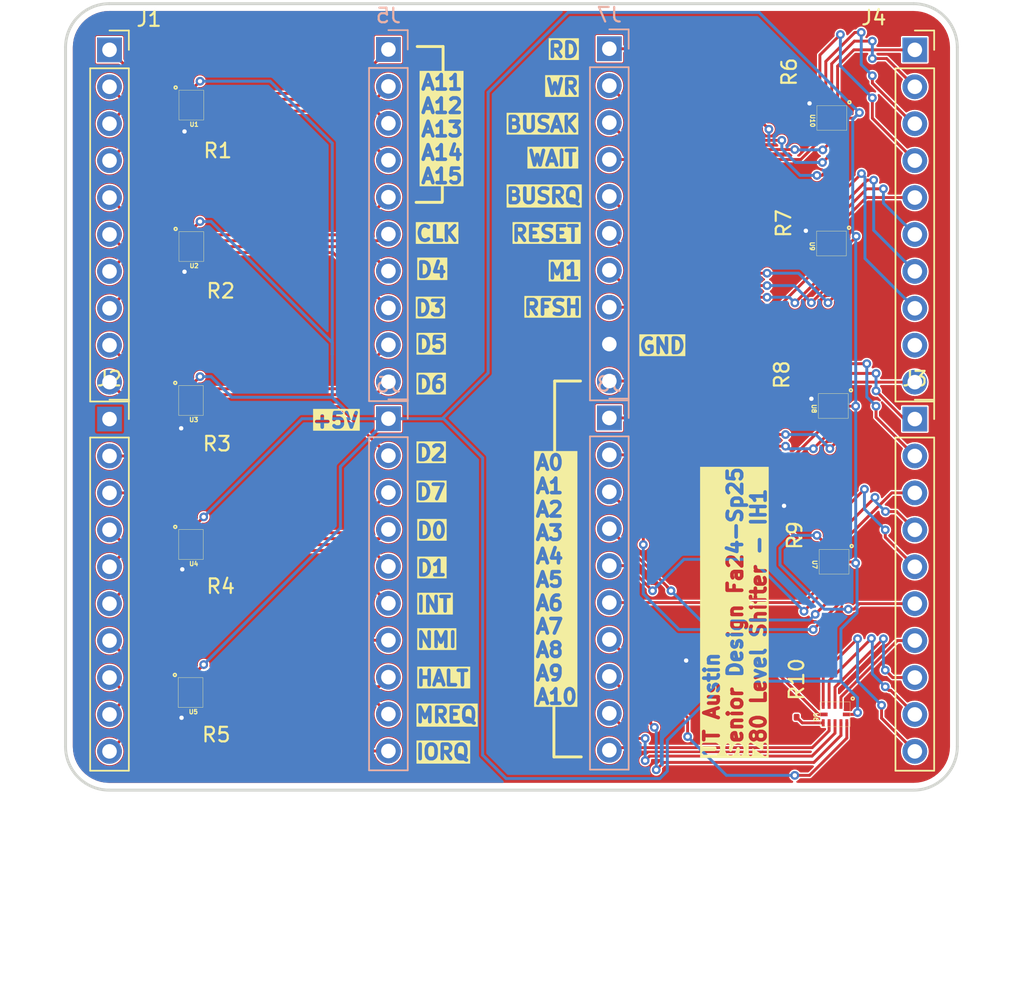
<source format=kicad_pcb>
(kicad_pcb (version 20240108) (generator "pcbnew") (generator_version "8.0")
  (layers (0 "F.Cu" signal) (31 "B.Cu" signal) (34 "B.Paste" user) (35 "F.Paste" user) (36 "B.SilkS" user "B.Silkscreen") (37 "F.SilkS" user "F.Silkscreen") (38 "B.Mask" user) (39 "F.Mask" user) (44 "Edge.Cuts" user))
  (net 0 "")
  (net 1 "D3_FPGA")
  (net 2 "A14_FPGA")
  (net 3 "D5_FPGA")
  (net 4 "D4_FPGA")
  (net 5 "D6_FPGA")
  (net 6 "CLK")
  (net 7 "A15_FPGA")
  (net 8 "A12_FPGA")
  (net 9 "A13_FPGA")
  (net 10 "A11_FPGA")
  (net 11 "HALT_FPGA")
  (net 12 "MREQ_FPGA")
  (net 13 "NMI_FPGA")
  (net 14 "INT_FPGA")
  (net 15 "D0_FPGA")
  (net 16 "D7_FPGA")
  (net 17 "+3V3")
  (net 18 "D2_FPGA")
  (net 19 "IORQ_FPGA")
  (net 20 "D1_FPGA")
  (net 21 "A1_FPGA")
  (net 22 "A2_FPGA")
  (net 23 "A5_FPGA")
  (net 24 "A4_FPGA")
  (net 25 "A8_FPGA")
  (net 26 "A9_FPGA")
  (net 27 "A3_FPGA")
  (net 28 "A7_FPGA")
  (net 29 "A6_FPGA")
  (net 30 "A10_FPGA")
  (net 31 "BUSAK_FPGA")
  (net 32 "M1_FPGA")
  (net 33 "WAIT_FPGA")
  (net 34 "RFSH_FPGA")
  (net 35 "A0_FPGA")
  (net 36 "RD_FPGA")
  (net 37 "BUSRQ_FPGA")
  (net 39 "WR_FPGA")
  (net 40 "RESET_FPGA")
  (net 41 "D3_5V")
  (net 42 "D6_5V")
  (net 43 "D4_5V")
  (net 44 "A11_5V")
  (net 45 "A14_5V")
  (net 46 "A13_5V")
  (net 47 "A12_5V")
  (net 48 "CLK_5V")
  (net 49 "A15_5V")
  (net 50 "D5_5V")
  (net 51 "MREQ_5V")
  (net 52 "IORQ_5V")
  (net 53 "D7_5V")
  (net 54 "D1_5V")
  (net 55 "HALT_5V")
  (net 56 "+5V")
  (net 57 "D0_5V")
  (net 58 "INT_5V")
  (net 59 "NMI_5V")
  (net 60 "D2_5V")
  (net 61 "RD_5V")
  (net 62 "RFSH_5V")
  (net 63 "A0_5V")
  (net 64 "WR_5V")
  (net 65 "BUSAK_5V")
  (net 66 "BUSRQ_5V")
  (net 67 "M1_5V")
  (net 68 "RESET_5V")
  (net 69 "GND")
  (net 70 "WAIT_5V")
  (net 71 "A7_5V")
  (net 72 "A5_5V")
  (net 73 "A8_5V")
  (net 74 "A6_5V")
  (net 75 "A9_5V")
  (net 76 "A3_5V")
  (net 77 "A10_5V")
  (net 78 "A1_5V")
  (net 79 "A4_5V")
  (net 80 "A2_5V")
  (net 81 "Net-(U1-OE)")
  (net 82 "Net-(U2-OE)")
  (net 83 "Net-(U3-OE)")
  (net 84 "Net-(U4-OE)")
  (net 85 "Net-(U5-OE)")
  (net 86 "Net-(U10-OE)")
  (net 87 "Net-(U9-OE)")
  (net 88 "Net-(U8-OE)")
  (net 89 "Net-(U7-OE)")
  (net 90 "Net-(U6-OE)")
  (footprint "Connector_PinSocket_2.54mm:PinSocket_1x10_P2.54mm_Vertical" (layer "F.Cu") (at 64.897 72.009)
    (property "Reference" "J1")
    (property "Value" "Conn_01x10_Socket")
  )
  (footprint "hardware:NXB0104_XQFN12" (layer "F.Cu") (at 121.1834 83.6402 -90)
    (property "Reference" "U9")
    (property "Value" "~")
  )
  (footprint "hardware:NXB0104_XQFN12" (layer "F.Cu") (at 121.2088 75.0054 -90)
    (property "Reference" "U10")
    (property "Value" "~")
  )
  (footprint "Resistor_SMD:R_0201_0603Metric" (layer "F.Cu") (at 111.125 85.562 -90)
    (property "Reference" "R7")
    (property "Value" "10k")
  )
  (footprint "Connector_PinSocket_2.54mm:PinSocket_1x10_P2.54mm_Vertical" (layer "F.Cu") (at 64.897 97.409)
    (property "Reference" "J2")
    (property "Value" "Conn_01x10_Socket")
  )
  (footprint "hardware:NXB0104_XQFN12" (layer "F.Cu") (at 121.3612 105.537 -90)
    (property "Reference" "U7")
    (property "Value" "~")
  )
  (footprint "hardware:NXB0104_XQFN12" (layer "F.Cu") (at 68.834 78.8924)
    (property "Reference" "U2")
    (property "Value" "~")
  )
  (footprint "Resistor_SMD:R_0201_0603Metric" (layer "F.Cu") (at 112.141 117.602 -90)
    (property "Reference" "R10")
    (property "Value" "10k")
  )
  (footprint "Connector_PinSocket_2.54mm:PinSocket_1x10_P2.54mm_Vertical" (layer "F.Cu") (at 120.269 72.009)
    (property "Reference" "J4")
    (property "Value" "Conn_01x10_Socket" (hide yes))
  )
  (footprint "hardware:NXB0104_XQFN12" (layer "F.Cu") (at 121.4374 116.0252 -90)
    (property "Reference" "U6")
    (property "Value" "~")
  )
  (footprint "Resistor_SMD:R_0201_0603Metric" (layer "F.Cu") (at 112.014 107.224 -90)
    (property "Reference" "R9")
    (property "Value" "10k")
  )
  (footprint "Connector_PinSocket_2.54mm:PinSocket_1x10_P2.54mm_Vertical" (layer "F.Cu") (at 120.269 97.409)
    (property "Reference" "J3")
    (property "Value" "Conn_01x10_Socket")
  )
  (footprint "hardware:NXB0104_XQFN12" (layer "F.Cu") (at 68.8086 89.4842)
    (property "Reference" "U3")
    (property "Value" "~")
  )
  (footprint "Resistor_SMD:R_0201_0603Metric" (layer "F.Cu") (at 111.633 75.311 -90)
    (property "Reference" "R6")
    (property "Value" "10k")
  )
  (footprint "Resistor_SMD:R_0201_0603Metric" (layer "F.Cu") (at 70.5104 99.1108)
    (property "Reference" "R3")
    (property "Value" "10k")
  )
  (footprint "Resistor_SMD:R_0201_0603Metric" (layer "F.Cu") (at 70.5764 78.9432)
    (property "Reference" "R1")
    (property "Value" "10k")
  )
  (footprint "Resistor_SMD:R_0201_0603Metric" (layer "F.Cu") (at 111.125 96.429 -90)
    (property "Reference" "R8")
    (property "Value" "10k")
  )
  (footprint "hardware:NXB0104_XQFN12" (layer "F.Cu") (at 68.7812 109.5756)
    (property "Reference" "U5")
    (property "Value" "~")
  )
  (footprint "hardware:NXB0104_XQFN12" (layer "F.Cu") (at 68.834 69.1642)
    (property "Reference" "U1")
    (property "Value" "~")
  )
  (footprint "Resistor_SMD:R_0201_0603Metric" (layer "F.Cu") (at 70.4596 119.126)
    (property "Reference" "R5")
    (property "Value" "10k")
  )
  (footprint "Resistor_SMD:R_0201_0603Metric" (layer "F.Cu") (at 70.5506 108.9152)
    (property "Reference" "R4")
    (property "Value" "10k")
  )
  (footprint "hardware:NXB0104_XQFN12" (layer "F.Cu") (at 68.8086 99.3902)
    (property "Reference" "U4")
    (property "Value" "~")
  )
  (footprint "Resistor_SMD:R_0201_0603Metric" (layer "F.Cu") (at 70.5718 88.5952)
    (property "Reference" "R2")
    (property "Value" "10k")
  )
  (footprint "hardware:NXB0104_XQFN12" (layer "F.Cu") (at 121.3104 94.8182 -90)
    (property "Reference" "U8")
    (property "Value" "~")
  )
  (footprint "Connector_PinHeader_2.54mm:PinHeader_1x10_P2.54mm_Vertical" (layer "B.Cu") (at 99.2632 71.9328 180)
    (property "Reference" "J7")
    (property "Value" "Conn_01x10_Pin")
  )
  (footprint "Connector_PinHeader_2.54mm:PinHeader_1x10_P2.54mm_Vertical" (layer "B.Cu") (at 99.2632 97.3328 180)
    (property "Reference" "J8")
    (property "Value" "Conn_01x10_Pin")
  )
  (footprint "Connector_PinHeader_2.54mm:PinHeader_1x10_P2.54mm_Vertical" (layer "B.Cu") (at 84.074 97.3836 180)
    (property "Reference" "J6")
    (property "Value" "Conn_01x10_Pin")
  )
  (footprint "Connector_PinHeader_2.54mm:PinHeader_1x10_P2.54mm_Vertical" (layer "B.Cu") (at 84.074 71.9836 180)
    (property "Reference" "J5")
    (property "Value" "Conn_01x10_Pin")
  )
  (gr_line (start 95.504 94.7928) (end 95.504 99.568) (stroke (width 0.2)) (layer "F.SilkS"))
  (gr_line (start 95.4532 120.65) (end 97.3328 120.65) (stroke (width 0.2)) (layer "F.SilkS"))
  (gr_line (start 87.757 82.4992) (end 85.979 82.4992) (stroke (width 0.2)) (layer "F.SilkS"))
  (gr_line (start 87.7824 82.4484) (end 87.7824 81.3816) (stroke (width 0.2)) (layer "F.SilkS"))
  (gr_line (start 87.8332 73.4568) (end 87.8332 71.7804) (stroke (width 0.2)) (layer "F.SilkS"))
  (gr_line (start 87.8332 71.7804) (end 86.0552 71.7804) (stroke (width 0.2)) (layer "F.SilkS"))
  (gr_line (start 95.504 94.7928) (end 97.282 94.7928) (stroke (width 0.2)) (layer "F.SilkS"))
  (gr_line (start 95.4532 117.1956) (end 95.4532 120.65) (stroke (width 0.2)) (layer "F.SilkS"))
  (gr_arc (start 61.8744 71.834) (mid 62.75308 69.71268) (end 64.8744 68.834) (stroke (width 0.2)) (layer "Edge.Cuts"))
  (gr_line (start 123.19 71.834) (end 123.19 119.936) (stroke (width 0.2)) (layer "Edge.Cuts"))
  (gr_arc (start 64.8744 122.936) (mid 62.75308 122.05732) (end 61.8744 119.936) (stroke (width 0.2)) (layer "Edge.Cuts"))
  (gr_line (start 64.8744 68.834) (end 120.19 68.834) (stroke (width 0.2)) (layer "Edge.Cuts"))
  (gr_arc (start 123.19 119.936) (mid 122.31132 122.05732) (end 120.19 122.936) (stroke (width 0.2)) (layer "Edge.Cuts"))
  (gr_arc (start 120.19 68.834) (mid 122.31132 69.71268) (end 123.19 71.834) (stroke (width 0.2)) (layer "Edge.Cuts"))
  (gr_line (start 120.19 122.936) (end 64.8744 122.936) (stroke (width 0.2)) (layer "Edge.Cuts"))
  (gr_line (start 61.8744 119.936) (end 61.8744 71.834) (stroke (width 0.2)) (layer "Edge.Cuts"))
  (gr_text "D1" (at 85.9028 108.2548 0) (layer "F.SilkS" knockout) (effects (font (size 1 1) (thickness 0.25) (bold yes)) (justify left bottom)))
  (gr_text "A0\nA1\nA2\nA3\nA4\nA5\nA6\nA7\nA8\nA9\nA10" (at 94.0816 117.094 0) (layer "F.SilkS" knockout) (effects (font (size 1 1) (thickness 0.25) (bold yes)) (justify left bottom)))
  (gr_text "MREQ" (at 85.852 118.364 0) (layer "F.SilkS" knockout) (effects (font (size 1 1) (thickness 0.25) (bold yes)) (justify left bottom)))
  (gr_text "A11\nA12\nA13\nA14\nA15" (at 86.2076 81.28 0) (layer "F.SilkS" knockout) (effects (font (size 1 1) (thickness 0.25) (bold yes)) (justify left bottom)))
  (gr_text "+5V" (at 78.74 98.0948 0) (layer "F.SilkS" knockout) (effects (font (size 1 1) (thickness 0.25) (bold yes)) (justify left bottom)))
  (gr_text "WR" (at 94.7928 75.1332 0) (layer "F.SilkS" knockout) (effects (font (size 1 1) (thickness 0.25) (bold yes)) (justify left bottom)))
  (gr_text "D2" (at 85.852 100.33 0) (layer "F.SilkS" knockout) (effects (font (size 1 1) (thickness 0.25) (bold yes)) (justify left bottom)))
  (gr_text "D6" (at 85.852 95.6056 0) (layer "F.SilkS" knockout) (effects (font (size 1 1) (thickness 0.25) (bold yes)) (justify left bottom)))
  (gr_text "RD" (at 94.9452 72.5932 0) (layer "F.SilkS" knockout) (effects (font (size 1 1) (thickness 0.25) (bold yes)) (justify left bottom)))
  (gr_text "RESET" (at 92.456 85.2424 0) (layer "F.SilkS" knockout) (effects (font (size 1 1) (thickness 0.25) (bold yes)) (justify left bottom)))
  (gr_text "D7" (at 85.852 103.0224 0) (layer "F.SilkS" knockout) (effects (font (size 1 1) (thickness 0.25) (bold yes)) (justify left bottom)))
  (gr_text "D0" (at 85.9028 105.664 0) (layer "F.SilkS" knockout) (effects (font (size 1 1) (thickness 0.25) (bold yes)) (justify left bottom)))
  (gr_text "BUSRQ" (at 92.0496 82.6516 0) (layer "F.SilkS" knockout) (effects (font (size 1 1) (thickness 0.25) (bold yes)) (justify left bottom)))
  (gr_text "IORQ" (at 85.852 120.904 0) (layer "F.SilkS" knockout) (effects (font (size 1 1) (thickness 0.25) (bold yes)) (justify left bottom)))
  (gr_text "WAIT" (at 93.5736 80.0608 0) (layer "F.SilkS" knockout) (effects (font (size 1 1) (thickness 0.25) (bold yes)) (justify left bottom)))
  (gr_text "RFSH" (at 93.2688 90.3224 0) (layer "F.SilkS" knockout) (effects (font (size 1 1) (thickness 0.25) (bold yes)) (justify left bottom)))
  (gr_text "D3" (at 85.8012 90.3732 0) (layer "F.SilkS" knockout) (effects (font (size 1 1) (thickness 0.25) (bold yes)) (justify left bottom)))
  (gr_text "D5" (at 85.852 92.8624 0) (layer "F.SilkS" knockout) (effects (font (size 1 1) (thickness 0.25) (bold yes)) (justify left bottom)))
  (gr_text "NMI" (at 85.9028 113.1824 0) (layer "F.SilkS" knockout) (effects (font (size 1 1) (thickness 0.25) (bold yes)) (justify left bottom)))
  (gr_text "INT" (at 85.9028 110.744 0) (layer "F.SilkS" knockout) (effects (font (size 1 1) (thickness 0.25) (bold yes)) (justify left bottom)))
  (gr_text "CLK" (at 85.852 85.2424 0) (layer "F.SilkS" knockout) (effects (font (size 1 1) (thickness 0.25) (bold yes)) (justify left bottom)))
  (gr_text "GND" (at 101.219 92.964 0) (layer "F.SilkS" knockout) (effects (font (size 1 1) (thickness 0.25) (bold yes)) (justify left bottom)))
  (gr_text "BUSAK" (at 92.0496 77.724 0) (layer "F.SilkS" knockout) (effects (font (size 1 1) (thickness 0.25) (bold yes)) (justify left bottom)))
  (gr_text "HALT" (at 85.9028 115.824 0) (layer "F.SilkS" knockout) (effects (font (size 1 1) (thickness 0.25) (bold yes)) (justify left bottom)))
  (gr_text "UT Austin\nSenior Design Fa24-Sp25\nZ80 Level Shifter - IH1" (at 110.109 120.777 90) (layer "F.SilkS" knockout) (effects (font (size 1 1) (thickness 0.25) (bold yes)) (justify left bottom)))
  (gr_text "M1" (at 94.9452 87.8332 0) (layer "F.SilkS" knockout) (effects (font (size 1 1) (thickness 0.25) (bold yes)) (justify left bottom)))
  (gr_text "D4" (at 85.9028 87.7316 0) (layer "F.SilkS" knockout) (effects (font (size 1 1) (thickness 0.25) (bold yes)) (justify left bottom)))
  (segment (start 68.326 86.36) (end 69.9028 86.36) (width 0.2) (layer "F.Cu") (net 1))
  (segment (start 64.897 89.789) (end 68.326 86.36) (width 0.2) (layer "F.Cu") (net 1))
  (segment (start 67.8942 76.6318) (end 64.897 79.629) (width 0.2) (layer "F.Cu") (net 2))
  (segment (start 69.9028 76.6318) (end 67.8942 76.6318) (width 0.2) (layer "F.Cu") (net 2))
  (segment (start 69.8774 95.7326) (end 68.3006 95.7326) (width 0.2) (layer "F.Cu") (net 3))
  (segment (start 68.3006 95.7326) (end 64.897 92.329) (width 0.2) (layer "F.Cu") (net 3))
  (segment (start 64.897 87.249) (end 66.1924 85.9536) (width 0.2) (layer "F.Cu") (net 4))
  (segment (start 66.1924 85.9536) (end 69.9028 85.9536) (width 0.2) (layer "F.Cu") (net 4))
  (segment (start 64.897 94.869) (end 66.167 96.139) (width 0.2) (layer "F.Cu") (net 5))
  (segment (start 66.167 96.139) (end 69.8774 96.139) (width 0.2) (layer "F.Cu") (net 5))
  (segment (start 69.9028 85.5472) (end 65.7352 85.5472) (width 0.2) (layer "F.Cu") (net 6))
  (segment (start 65.7352 85.5472) (end 64.897 84.709) (width 0.2) (layer "F.Cu") (net 6))
  (segment (start 67.8688 85.1408) (end 69.9028 85.1408) (width 0.2) (layer "F.Cu") (net 7))
  (segment (start 64.897 82.169) (end 67.8688 85.1408) (width 0.2) (layer "F.Cu") (net 7))
  (segment (start 69.9028 75.819) (end 66.167 75.819) (width 0.2) (layer "F.Cu") (net 8))
  (segment (start 66.167 75.819) (end 64.897 74.549) (width 0.2) (layer "F.Cu") (net 8))
  (segment (start 69.9028 76.2254) (end 65.7606 76.2254) (width 0.2) (layer "F.Cu") (net 9))
  (segment (start 65.7606 76.2254) (end 64.897 77.089) (width 0.2) (layer "F.Cu") (net 9))
  (segment (start 68.3006 75.4126) (end 64.897 72.009) (width 0.2) (layer "F.Cu") (net 10))
  (segment (start 69.9028 75.4126) (end 68.3006 75.4126) (width 0.2) (layer "F.Cu") (net 10))
  (segment (start 65.9384 116.2304) (end 69.85 116.2304) (width 0.2) (layer "F.Cu") (net 11))
  (segment (start 64.897 115.189) (end 65.9384 116.2304) (width 0.2) (layer "F.Cu") (net 11))
  (segment (start 69.85 116.6368) (end 65.9892 116.6368) (width 0.2) (layer "F.Cu") (net 12))
  (segment (start 65.9892 116.6368) (end 64.897 117.729) (width 0.2) (layer "F.Cu") (net 12))
  (segment (start 69.85 115.824) (end 68.072 115.824) (width 0.2) (layer "F.Cu") (net 13))
  (segment (start 68.072 115.824) (end 64.897 112.649) (width 0.2) (layer "F.Cu") (net 13))
  (segment (start 68.1482 106.8578) (end 69.8774 106.8578) (width 0.2) (layer "F.Cu") (net 14))
  (segment (start 64.897 110.109) (end 68.1482 106.8578) (width 0.2) (layer "F.Cu") (net 14))
  (segment (start 65.913 106.045) (end 69.8774 106.045) (width 0.2) (layer "F.Cu") (net 15))
  (segment (start 64.897 105.029) (end 65.913 106.045) (width 0.2) (layer "F.Cu") (net 15))
  (segment (start 66.1842 102.489) (end 64.897 102.489) (width 0.2) (layer "F.Cu") (net 16))
  (segment (start 69.8774 105.6386) (end 69.3338 105.6386) (width 0.2) (layer "F.Cu") (net 16))
  (segment (start 69.3338 105.6386) (end 66.1842 102.489) (width 0.2) (layer "F.Cu") (net 16))
  (segment (start 64.897 99.949) (end 66.8802 99.949) (width 0.2) (layer "F.Cu") (net 18))
  (segment (start 66.8802 99.949) (end 69.8774 96.9518) (width 0.2) (layer "F.Cu") (net 18))
  (segment (start 68.1228 117.0432) (end 69.85 117.0432) (width 0.2) (layer "F.Cu") (net 19))
  (segment (start 64.897 120.269) (end 68.1228 117.0432) (width 0.2) (layer "F.Cu") (net 19))
  (segment (start 66.0146 106.4514) (end 64.897 107.569) (width 0.2) (layer "F.Cu") (net 20))
  (segment (start 69.8774 106.4514) (end 66.0146 106.4514) (width 0.2) (layer "F.Cu") (net 20))
  (segment (start 114.2492 95.184114) (end 115.164314 94.269) (width 0.2) (layer "F.Cu") (net 21))
  (segment (start 119.542 97.409) (end 120.269 97.409) (width 0.2) (layer "F.Cu") (net 21))
  (segment (start 117.602 95.469) (end 119.542 97.409) (width 0.2) (layer "F.Cu") (net 21))
  (segment (start 114.2492 95.887) (end 114.2492 95.184114) (width 0.2) (layer "F.Cu") (net 21))
  (segment (start 115.164314 94.269) (end 117.602 94.269) (width 0.2) (layer "F.Cu") (net 21))
  (via (at 117.602 95.469) (size 0.6) (drill 0.3) (layers "F.Cu" "B.Cu") (net 21))
  (via (at 117.602 94.269) (size 0.6) (drill 0.3) (layers "F.Cu" "B.Cu") (net 21))
  (segment (start 117.602 94.269) (end 117.602 95.469) (width 0.2) (layer "B.Cu") (net 21))
  (segment (start 117.602 96.52) (end 117.602 97.282) (width 0.2) (layer "F.Cu") (net 22))
  (segment (start 115.268628 93.599) (end 116.967 93.599) (width 0.2) (layer "F.Cu") (net 22))
  (segment (start 117.602 97.282) (end 120.269 99.949) (width 0.2) (layer "F.Cu") (net 22))
  (segment (start 113.8428 95.024828) (end 115.268628 93.599) (width 0.2) (layer "F.Cu") (net 22))
  (segment (start 113.8428 95.887) (end 113.8428 95.024828) (width 0.2) (layer "F.Cu") (net 22))
  (via (at 116.967 93.599) (size 0.6) (drill 0.3) (layers "F.Cu" "B.Cu") (net 22))
  (via (at 117.602 96.52) (size 0.6) (drill 0.3) (layers "F.Cu" "B.Cu") (net 22))
  (segment (start 116.967 93.599) (end 116.967 95.885) (width 0.2) (layer "B.Cu") (net 22))
  (segment (start 116.967 95.885) (end 117.602 96.52) (width 0.2) (layer "B.Cu") (net 22))
  (segment (start 118.237 105.537) (end 120.269 107.569) (width 0.2) (layer "F.Cu") (net 23))
  (segment (start 118.237 105.029) (end 118.237 105.537) (width 0.2) (layer "F.Cu") (net 23))
  (segment (start 114.3 104.74) (end 116.805 102.235) (width 0.2) (layer "F.Cu") (net 23))
  (segment (start 114.3 106.6058) (end 114.3 104.74) (width 0.2) (layer "F.Cu") (net 23))
  (via (at 116.805 102.235) (size 0.6) (drill 0.3) (layers "F.Cu" "B.Cu") (net 23))
  (via (at 118.237 105.029) (size 0.6) (drill 0.3) (layers "F.Cu" "B.Cu") (net 23))
  (segment (start 116.805 102.235) (end 116.805 103.597) (width 0.2) (layer "B.Cu") (net 23))
  (segment (start 116.805 103.597) (end 118.237 105.029) (width 0.2) (layer "B.Cu") (net 23))
  (segment (start 114.7064 105.62007) (end 117.529235 102.797235) (width 0.2) (layer "F.Cu") (net 24))
  (segment (start 118.250765 103.772765) (end 119.012765 103.772765) (width 0.2) (layer "F.Cu") (net 24))
  (segment (start 114.7064 106.6058) (end 114.7064 105.62007) (width 0.2) (layer "F.Cu") (net 24))
  (segment (start 119.012765 103.772765) (end 120.269 105.029) (width 0.2) (layer "F.Cu") (net 24))
  (via (at 117.529235 102.797235) (size 0.6) (drill 0.3) (layers "F.Cu" "B.Cu") (net 24))
  (via (at 118.250765 103.772765) (size 0.6) (drill 0.3) (layers "F.Cu" "B.Cu") (net 24))
  (segment (start 117.529235 103.051235) (end 118.250765 103.772765) (width 0.2) (layer "B.Cu") (net 24))
  (segment (start 117.529235 102.797235) (end 117.529235 103.051235) (width 0.2) (layer "B.Cu") (net 24))
  (segment (start 118.237 114.681) (end 118.745 115.189) (width 0.2) (layer "F.Cu") (net 25))
  (segment (start 114.7826 115.8494) (end 118.11 112.522) (width 0.2) (layer "F.Cu") (net 25))
  (segment (start 118.745 115.189) (end 120.269 115.189) (width 0.2) (layer "F.Cu") (net 25))
  (segment (start 114.7826 117.094) (end 114.7826 115.8494) (width 0.2) (layer "F.Cu") (net 25))
  (via (at 118.237 114.681) (size 0.6) (drill 0.3) (layers "F.Cu" "B.Cu") (net 25))
  (via (at 118.11 112.522) (size 0.6) (drill 0.3) (layers "F.Cu" "B.Cu") (net 25))
  (segment (start 118.11 114.554) (end 118.237 114.681) (width 0.2) (layer "B.Cu") (net 25))
  (segment (start 118.11 112.522) (end 118.11 114.554) (width 0.2) (layer "B.Cu") (net 25))
  (segment (start 118.491 116.078) (end 118.618 116.078) (width 0.2) (layer "F.Cu") (net 26))
  (segment (start 118.618 116.078) (end 120.269 117.729) (width 0.2) (layer "F.Cu") (net 26))
  (segment (start 114.3762 117.094) (end 114.3762 115.407271) (width 0.2) (layer "F.Cu") (net 26))
  (segment (start 118.237 115.824) (end 118.491 116.078) (width 0.2) (layer "F.Cu") (net 26))
  (segment (start 114.3762 115.407271) (end 117.285734 112.497737) (width 0.2) (layer "F.Cu") (net 26))
  (via (at 117.285734 112.497737) (size 0.6) (drill 0.3) (layers "F.Cu" "B.Cu") (net 26))
  (via (at 118.237 115.824) (size 0.6) (drill 0.3) (layers "F.Cu" "B.Cu") (net 26))
  (segment (start 117.285734 112.497737) (end 117.348 112.560003) (width 0.2) (layer "B.Cu") (net 26))
  (segment (start 117.348 114.935) (end 118.237 115.824) (width 0.2) (layer "B.Cu") (net 26))
  (segment (start 117.348 112.560003) (end 117.348 114.935) (width 0.2) (layer "B.Cu") (net 26))
  (segment (start 115.1128 106.6058) (end 115.1128 106.0622) (width 0.2) (layer "F.Cu") (net 27))
  (segment (start 118.686 102.489) (end 120.269 102.489) (width 0.2) (layer "F.Cu") (net 27))
  (segment (start 115.1128 106.0622) (end 118.686 102.489) (width 0.2) (layer "F.Cu") (net 27))
  (segment (start 115.189 116.526919) (end 119.066919 112.649) (width 0.2) (layer "F.Cu") (net 28))
  (segment (start 119.066919 112.649) (end 120.269 112.649) (width 0.2) (layer "F.Cu") (net 28))
  (segment (start 115.189 117.094) (end 115.189 116.526919) (width 0.2) (layer "F.Cu") (net 28))
  (segment (start 116.078 110.49) (end 116.459 110.109) (width 0.2) (layer "F.Cu") (net 29))
  (segment (start 116.459 110.109) (end 120.269 110.109) (width 0.2) (layer "F.Cu") (net 29))
  (segment (start 115.697 110.49) (end 116.078 110.49) (width 0.2) (layer "F.Cu") (net 29))
  (segment (start 113.8936 106.6058) (end 113.8936 105.7656) (width 0.2) (layer "F.Cu") (net 29))
  (segment (start 113.8936 105.7656) (end 113.538 105.41) (width 0.2) (layer "F.Cu") (net 29))
  (via (at 113.538 105.41) (size 0.6) (drill 0.3) (layers "F.Cu" "B.Cu") (net 29))
  (via (at 115.697 110.49) (size 0.6) (drill 0.3) (layers "F.Cu" "B.Cu") (net 29))
  (segment (start 114.046 110.49) (end 115.697 110.49) (width 0.2) (layer "B.Cu") (net 29))
  (segment (start 110.998 106.299) (end 110.998 107.442) (width 0.2) (layer "B.Cu") (net 29))
  (segment (start 113.538 105.41) (end 111.887 105.41) (width 0.2) (layer "B.Cu") (net 29))
  (segment (start 111.887 105.41) (end 110.998 106.299) (width 0.2) (layer "B.Cu") (net 29))
  (segment (start 110.998 107.442) (end 114.046 110.49) (width 0.2) (layer "B.Cu") (net 29))
  (segment (start 113.9698 117.094) (end 113.9698 114.8842) (width 0.2) (layer "F.Cu") (net 30))
  (segment (start 113.9698 114.8842) (end 116.332 112.522) (width 0.2) (layer "F.Cu") (net 30))
  (segment (start 117.983 117.094) (end 117.983 117.983) (width 0.2) (layer "F.Cu") (net 30))
  (segment (start 117.983 117.983) (end 120.269 120.269) (width 0.2) (layer "F.Cu") (net 30))
  (via (at 116.332 112.522) (size 0.6) (drill 0.3) (layers "F.Cu" "B.Cu") (net 30))
  (via (at 117.983 117.094) (size 0.6) (drill 0.3) (layers "F.Cu" "B.Cu") (net 30))
  (segment (start 116.332 115.443) (end 117.983 117.094) (width 0.2) (layer "B.Cu") (net 30))
  (segment (start 116.332 112.522) (end 116.332 115.443) (width 0.2) (layer "B.Cu") (net 30))
  (segment (start 114.1476 76.0742) (end 114.1476 72.808028) (width 0.2) (layer "F.Cu") (net 31))
  (segment (start 116.146628 70.809) (end 116.586 70.809) (width 0.2) (layer "F.Cu") (net 31))
  (segment (start 120.142 77.089) (end 120.269 77.089) (width 0.2) (layer "F.Cu") (net 31))
  (segment (start 117.348 74.295) (end 120.142 77.089) (width 0.2) (layer "F.Cu") (net 31))
  (segment (start 114.1476 72.808028) (end 116.146628 70.809) (width 0.2) (layer "F.Cu") (net 31))
  (segment (start 117.348 73.787) (end 117.348 74.295) (width 0.2) (layer "F.Cu") (net 31))
  (via (at 116.586 70.809) (size 0.6) (drill 0.3) (layers "F.Cu" "B.Cu") (net 31))
  (via (at 117.348 73.787) (size 0.6) (drill 0.3) (layers "F.Cu" "B.Cu") (net 31))
  (segment (start 116.586 73.025) (end 117.348 73.787) (width 0.2) (layer "B.Cu") (net 31))
  (segment (start 116.586 70.809) (end 116.586 73.025) (width 0.2) (layer "B.Cu") (net 31))
  (segment (start 114.1222 83.846828) (end 117.000028 80.969) (width 0.2) (layer "F.Cu") (net 32))
  (segment (start 114.1222 84.709) (end 114.1222 83.846828) (width 0.2) (layer "F.Cu") (net 32))
  (segment (start 117.000028 80.969) (end 117.440812 80.969) (width 0.2) (layer "F.Cu") (net 32))
  (via (at 117.440812 80.969) (size 0.6) (drill 0.3) (layers "F.Cu" "B.Cu") (net 32))
  (segment (start 117.440812 84.420812) (end 120.269 87.249) (width 0.2) (layer "B.Cu") (net 32))
  (segment (start 117.440812 80.969) (end 117.440812 84.420812) (width 0.2) (layer "B.Cu") (net 32))
  (segment (start 117.348 76.708) (end 120.269 79.629) (width 0.2) (layer "F.Cu") (net 33))
  (segment (start 113.7412 76.0742) (end 113.7412 72.365898) (width 0.2) (layer "F.Cu") (net 33))
  (segment (start 113.7412 72.365898) (end 115.151549 70.955549) (width 0.2) (layer "F.Cu") (net 33))
  (segment (start 117.348 75.311) (end 117.348 76.708) (width 0.2) (layer "F.Cu") (net 33))
  (via (at 115.151549 70.955549) (size 0.6) (drill 0.3) (layers "F.Cu" "B.Cu") (net 33))
  (via (at 117.348 75.311) (size 0.6) (drill 0.3) (layers "F.Cu" "B.Cu") (net 33))
  (segment (start 115.151549 73.114549) (end 117.348 75.311) (width 0.2) (layer "B.Cu") (net 33))
  (segment (start 115.151549 70.955549) (end 115.151549 73.114549) (width 0.2) (layer "B.Cu") (net 33))
  (segment (start 113.7158 84.709) (end 113.7158 83.406091) (width 0.2) (layer "F.Cu") (net 34))
  (segment (start 113.7158 83.406091) (end 116.600744 80.521147) (width 0.2) (layer "F.Cu") (net 34))
  (via (at 116.600744 80.521147) (size 0.6) (drill 0.3) (layers "F.Cu" "B.Cu") (net 34))
  (segment (start 116.600744 80.521147) (end 116.84 80.760403) (width 0.2) (layer "B.Cu") (net 34))
  (segment (start 116.84 80.760403) (end 116.84 86.36) (width 0.2) (layer "B.Cu") (net 34))
  (segment (start 116.84 86.36) (end 120.269 89.789) (width 0.2) (layer "B.Cu") (net 34))
  (segment (start 114.6556 95.3434) (end 115.13 94.869) (width 0.2) (layer "F.Cu") (net 35))
  (segment (start 114.6556 95.887) (end 114.6556 95.3434) (width 0.2) (layer "F.Cu") (net 35))
  (segment (start 115.13 94.869) (end 120.269 94.869) (width 0.2) (layer "F.Cu") (net 35))
  (segment (start 114.9604 76.0742) (end 114.9604 73.1266) (width 0.2) (layer "F.Cu") (net 36))
  (segment (start 114.9604 73.1266) (end 116.078 72.009) (width 0.2) (layer "F.Cu") (net 36))
  (segment (start 116.078 72.009) (end 120.269 72.009) (width 0.2) (layer "F.Cu") (net 36))
  (segment (start 116.9314 82.169) (end 120.269 82.169) (width 0.2) (layer "F.Cu") (net 37))
  (segment (start 114.935 84.1654) (end 116.9314 82.169) (width 0.2) (layer "F.Cu") (net 37))
  (segment (start 114.935 84.709) (end 114.935 84.1654) (width 0.2) (layer "F.Cu") (net 37))
  (segment (start 117.348 72.609) (end 118.329 72.609) (width 0.2) (layer "F.Cu") (net 39))
  (segment (start 118.329 72.609) (end 120.269 74.549) (width 0.2) (layer "F.Cu") (net 39))
  (segment (start 114.554 72.967314) (end 116.112314 71.409) (width 0.2) (layer "F.Cu") (net 39))
  (segment (start 114.554 76.0742) (end 114.554 72.967314) (width 0.2) (layer "F.Cu") (net 39))
  (segment (start 116.112314 71.409) (end 117.348 71.409) (width 0.2) (layer "F.Cu") (net 39))
  (via (at 117.348 71.409) (size 0.6) (drill 0.3) (layers "F.Cu" "B.Cu") (net 39))
  (via (at 117.348 72.609) (size 0.6) (drill 0.3) (layers "F.Cu" "B.Cu") (net 39))
  (segment (start 117.348 71.409) (end 117.348 72.609) (width 0.2) (layer "B.Cu") (net 39))
  (segment (start 114.5286 84.006114) (end 116.965714 81.569) (width 0.2) (layer "F.Cu") (net 40))
  (segment (start 114.5286 84.709) (end 114.5286 84.006114) (width 0.2) (layer "F.Cu") (net 40))
  (segment (start 116.965714 81.569) (end 118.11 81.569) (width 0.2) (layer "F.Cu") (net 40))
  (via (at 118.11 81.569) (size 0.6) (drill 0.3) (layers "F.Cu" "B.Cu") (net 40))
  (segment (start 118.11 81.569) (end 118.11 82.55) (width 0.2) (layer "B.Cu") (net 40))
  (segment (start 118.11 82.55) (end 120.269 84.709) (width 0.2) (layer "B.Cu") (net 40))
  (segment (start 80.264 85.9536) (end 84.074 89.7636) (width 0.2) (layer "F.Cu") (net 41))
  (segment (start 71.12 85.9536) (end 80.264 85.9536) (width 0.2) (layer "F.Cu") (net 41))
  (segment (start 71.0946 95.7326) (end 83.185 95.7326) (width 0.2) (layer "F.Cu") (net 42))
  (segment (start 83.185 95.7326) (end 84.074 94.8436) (width 0.2) (layer "F.Cu") (net 42))
  (segment (start 82.3976 85.5472) (end 84.074 87.2236) (width 0.2) (layer "F.Cu") (net 43))
  (segment (start 71.12 85.5472) (end 82.3976 85.5472) (width 0.2) (layer "F.Cu") (net 43))
  (segment (start 84.074 71.9836) (end 81.0514 75.0062) (width 0.2) (layer "F.Cu") (net 44))
  (segment (start 81.0514 75.0062) (end 71.12 75.0062) (width 0.2) (layer "F.Cu") (net 44))
  (segment (start 80.6958 76.2254) (end 84.074 79.6036) (width 0.2) (layer "F.Cu") (net 45))
  (segment (start 71.12 76.2254) (end 80.6958 76.2254) (width 0.2) (layer "F.Cu") (net 45))
  (segment (start 71.12 75.819) (end 82.8294 75.819) (width 0.2) (layer "F.Cu") (net 46))
  (segment (start 82.8294 75.819) (end 84.074 77.0636) (width 0.2) (layer "F.Cu") (net 46))
  (segment (start 83.185 75.4126) (end 84.074 74.5236) (width 0.2) (layer "F.Cu") (net 47))
  (segment (start 71.12 75.4126) (end 83.185 75.4126) (width 0.2) (layer "F.Cu") (net 47))
  (segment (start 71.12 85.1408) (end 83.6168 85.1408) (width 0.2) (layer "F.Cu") (net 48))
  (segment (start 83.6168 85.1408) (end 84.074 84.6836) (width 0.2) (layer "F.Cu") (net 48))
  (segment (start 71.12 84.7344) (end 81.4832 84.7344) (width 0.2) (layer "F.Cu") (net 49))
  (segment (start 81.4832 84.7344) (end 84.074 82.1436) (width 0.2) (layer "F.Cu") (net 49))
  (segment (start 81.0514 95.3262) (end 84.074 92.3036) (width 0.2) (layer "F.Cu") (net 50))
  (segment (start 71.0946 95.3262) (end 81.0514 95.3262) (width 0.2) (layer "F.Cu") (net 50))
  (segment (start 71.0672 116.2304) (end 82.6008 116.2304) (width 0.2) (layer "F.Cu") (net 51))
  (segment (start 82.6008 116.2304) (end 84.074 117.7036) (width 0.2) (layer "F.Cu") (net 51))
  (segment (start 71.0672 116.6368) (end 71.6108 116.6368) (width 0.2) (layer "F.Cu") (net 52))
  (segment (start 75.2176 120.2436) (end 84.074 120.2436) (width 0.2) (layer "F.Cu") (net 52))
  (segment (start 71.6108 116.6368) (end 75.2176 120.2436) (width 0.2) (layer "F.Cu") (net 52))
  (segment (start 81.3054 105.2322) (end 84.074 102.4636) (width 0.2) (layer "F.Cu") (net 53))
  (segment (start 71.0946 105.2322) (end 81.3054 105.2322) (width 0.2) (layer "F.Cu") (net 53))
  (segment (start 82.5754 106.045) (end 84.074 107.5436) (width 0.2) (layer "F.Cu") (net 54))
  (segment (start 71.0946 106.045) (end 82.5754 106.045) (width 0.2) (layer "F.Cu") (net 54))
  (segment (start 83.4136 115.824) (end 84.074 115.1636) (width 0.2) (layer "F.Cu") (net 55))
  (segment (start 71.0672 115.824) (end 83.4136 115.824) (width 0.2) (layer "F.Cu") (net 55))
  (segment (start 70.483 115.191) (end 71.374 114.3) (width 0.2) (layer "F.Cu") (net 56))
  (segment (start 70.5104 105.2576) (end 70.5104 105.0036) (width 0.2) (layer "F.Cu") (net 56))
  (segment (start 116.207 117.727) (end 116.332 117.602) (width 0.2) (layer "F.Cu") (net 56))
  (segment (start 70.5358 75.0316) (end 70.5358 74.7522) (width 0.2) (layer "F.Cu") (net 56))
  (segment (start 115.766 85.342) (end 115.316 85.342) (width 0.2) (layer "F.Cu") (net 56))
  (segment (start 115.4938 107.2388) (end 116.1288 107.2388) (width 0.2) (layer "F.Cu") (net 56))
  (segment (start 116.1288 107.2388) (end 116.205 107.315) (width 0.2) (layer "F.Cu") (net 56))
  (segment (start 70.5104 105.0036) (end 71.374 104.14) (width 0.2) (layer "F.Cu") (net 56))
  (segment (start 115.3414 76.7072) (end 116.0788 76.7072) (width 0.2) (layer "F.Cu") (net 56))
  (segment (start 70.483 115.443) (end 70.483 115.191) (width 0.2) (layer "F.Cu") (net 56))
  (segment (start 70.5358 84.4042) (end 71.12 83.82) (width 0.2) (layer "F.Cu") (net 56))
  (segment (start 70.5104 95.3516) (end 70.5104 95.0976) (width 0.2) (layer "F.Cu") (net 56))
  (segment (start 70.5358 74.7522) (end 71.12 74.168) (width 0.2) (layer "F.Cu") (net 56))
  (segment (start 116.24 84.836) (end 116.24 84.868) (width 0.2) (layer "F.Cu") (net 56))
  (segment (start 116.24 84.868) (end 115.766 85.342) (width 0.2) (layer "F.Cu") (net 56))
  (segment (start 70.5358 84.7598) (end 70.5358 84.4042) (width 0.2) (layer "F.Cu") (net 56))
  (segment (start 70.5104 95.0976) (end 71.12 94.488) (width 0.2) (layer "F.Cu") (net 56))
  (segment (start 116.0788 76.7072) (end 116.459 76.327) (width 0.2) (layer "F.Cu") (net 56))
  (segment (start 115.443 96.52) (end 116.205 96.52) (width 0.2) (layer "F.Cu") (net 56))
  (segment (start 115.57 117.727) (end 116.207 117.727) (width 0.2) (layer "F.Cu") (net 56))
  (via (at 116.205 107.315) (size 0.6) (drill 0.3) (layers "F.Cu" "B.Cu") (net 56))
  (via (at 116.205 96.52) (size 0.6) (drill 0.3) (layers "F.Cu" "B.Cu") (net 56))
  (via (at 71.12 83.82) (size 0.6) (drill 0.3) (layers "F.Cu" "B.Cu") (net 56))
  (via (at 116.24 84.836) (size 0.6) (drill 0.3) (layers "F.Cu" "B.Cu") (net 56))
  (via (at 116.332 117.602) (size 0.6) (drill 0.3) (layers "F.Cu" "B.Cu") (net 56))
  (via (at 71.374 114.3) (size 0.6) (drill 0.3) (layers "F.Cu" "B.Cu") (net 56))
  (via (at 71.12 74.168) (size 0.6) (drill 0.3) (layers "F.Cu" "B.Cu") (net 56))
  (via (at 71.374 104.14) (size 0.6) (drill 0.3) (layers "F.Cu" "B.Cu") (net 56))
  (via (at 116.459 76.327) (size 0.6) (drill 0.3) (layers "F.Cu" "B.Cu") (net 56))
  (via (at 71.12 94.488) (size 0.6) (drill 0.3) (layers "F.Cu" "B.Cu") (net 56))
  (segment (start 87.8586 97.3836) (end 84.074 97.3836) (width 0.2) (layer "B.Cu") (net 56))
  (segment (start 116.332 116.586) (end 116.332 117.602) (width 0.2) (layer "B.Cu") (net 56))
  (segment (start 80.2132 78.4352) (end 80.2132 92.964) (width 0.2) (layer "B.Cu") (net 56))
  (segment (start 116.205 96.52) (end 116.205 84.871) (width 0.2) (layer "B.Cu") (net 56))
  (segment (start 71.374 104.14) (end 78.1304 97.3836) (width 0.2) (layer "B.Cu") (net 56))
  (segment (start 90.551 120.523) (end 90.551 100.076) (width 0.2) (layer "B.Cu") (net 56))
  (segment (start 109.566 69.434) (end 109.093 69.434) (width 0.2) (layer "B.Cu") (net 56))
  (segment (start 78.1304 97.3836) (end 82.042 97.3836) (width 0.2) (layer "B.Cu") (net 56))
  (segment (start 109.093 69.434) (end 96.428 69.434) (width 0.2) (layer "B.Cu") (net 56))
  (segment (start 96.428 69.434) (end 90.932 74.93) (width 0.2) (layer "B.Cu") (net 56))
  (segment (start 116.205 84.871) (end 116.24 84.836) (width 0.2) (layer "B.Cu") (net 56))
  (segment (start 116.205 107.315) (end 116.297 107.407) (width 0.2) (layer "B.Cu") (net 56))
  (segment (start 103.251 119.507) (end 103.251 121.625529) (width 0.2) (layer "B.Cu") (net 56))
  (segment (start 116.297 110.738529) (end 115.189 111.846529) (width 0.2) (layer "B.Cu") (net 56))
  (segment (start 80.772 100.6856) (end 84.074 97.3836) (width 0.2) (layer "B.Cu") (net 56))
  (segment (start 116.000744 76.785256) (end 116.459 76.327) (width 0.2) (layer "B.Cu") (net 56))
  (segment (start 71.882 94.488) (end 73.3044 95.9104) (width 0.2) (layer "B.Cu") (net 56))
  (segment (start 103.251 121.625529) (end 102.737529 122.139) (width 0.2) (layer "B.Cu") (net 56))
  (segment (start 116.297 107.407) (end 116.297 110.738529) (width 0.2) (layer "B.Cu") (net 56))
  (segment (start 71.12 94.488) (end 71.882 94.488) (width 0.2) (layer "B.Cu") (net 56))
  (segment (start 80.772 104.902) (end 80.772 100.6856) (width 0.2) (layer "B.Cu") (net 56))
  (segment (start 107.315 115.443) (end 103.251 119.507) (width 0.2) (layer "B.Cu") (net 56))
  (segment (start 73.3044 95.9104) (end 80.2132 95.9104) (width 0.2) (layer "B.Cu") (net 56))
  (segment (start 71.12 83.82) (end 71.882 83.82) (width 0.2) (layer "B.Cu") (net 56))
  (segment (start 116.205 107.315) (end 116.205 96.52) (width 0.2) (layer "B.Cu") (net 56))
  (segment (start 81.6864 97.3836) (end 80.2132 95.9104) (width 0.2) (layer "B.Cu") (net 56))
  (segment (start 71.882 83.82) (end 80.2132 92.1512) (width 0.2) (layer "B.Cu") (net 56))
  (segment (start 102.737529 122.139) (end 92.167 122.139) (width 0.2) (layer "B.Cu") (net 56))
  (segment (start 116.459 76.327) (end 109.566 69.434) (width 0.2) (layer "B.Cu") (net 56))
  (segment (start 80.2132 92.964) (end 80.2132 95.9104) (width 0.2) (layer "B.Cu") (net 56))
  (segment (start 90.932 74.93) (end 90.932 94.234) (width 0.2) (layer "B.Cu") (net 56))
  (segment (start 75.946 74.168) (end 80.2132 78.4352) (width 0.2) (layer "B.Cu") (net 56))
  (segment (start 115.189 115.443) (end 116.332 116.586) (width 0.2) (layer "B.Cu") (net 56))
  (segment (start 87.7824 97.3836) (end 84.074 97.3836) (width 0.2) (layer "B.Cu") (net 56))
  (segment (start 90.932 94.234) (end 87.7824 97.3836) (width 0.2) (layer "B.Cu") (net 56))
  (segment (start 116.000744 84.596744) (end 116.000744 76.785256) (width 0.2) (layer "B.Cu") (net 56))
  (segment (start 116.24 84.836) (end 116.000744 84.596744) (width 0.2) (layer "B.Cu") (net 56))
  (segment (start 84.074 97.3836) (end 82.042 97.3836) (width 0.2) (layer "B.Cu") (net 56))
  (segment (start 82.042 97.3836) (end 81.6864 97.3836) (width 0.2) (layer "B.Cu") (net 56))
  (segment (start 92.167 122.139) (end 90.551 120.523) (width 0.2) (layer "B.Cu") (net 56))
  (segment (start 115.189 111.846529) (end 115.189 115.443) (width 0.2) (layer "B.Cu") (net 56))
  (segment (start 80.2132 92.1512) (end 80.2132 92.964) (width 0.2) (layer "B.Cu") (net 56))
  (segment (start 115.189 115.443) (end 107.315 115.443) (width 0.2) (layer "B.Cu") (net 56))
  (segment (start 90.551 100.076) (end 87.8586 97.3836) (width 0.2) (layer "B.Cu") (net 56))
  (segment (start 71.12 74.168) (end 75.946 74.168) (width 0.2) (layer "B.Cu") (net 56))
  (segment (start 71.374 114.3) (end 80.772 104.902) (width 0.2) (layer "B.Cu") (net 56))
  (segment (start 83.439 105.6386) (end 84.074 105.0036) (width 0.2) (layer "F.Cu") (net 57))
  (segment (start 71.0946 105.6386) (end 83.439 105.6386) (width 0.2) (layer "F.Cu") (net 57))
  (segment (start 80.4418 106.4514) (end 84.074 110.0836) (width 0.2) (layer "F.Cu") (net 58))
  (segment (start 71.0946 106.4514) (end 80.4418 106.4514) (width 0.2) (layer "F.Cu") (net 58))
  (segment (start 71.2172 115.4176) (end 74.0112 112.6236) (width 0.2) (layer "F.Cu") (net 59))
  (segment (start 71.0672 115.4176) (end 71.2172 115.4176) (width 0.2) (layer "F.Cu") (net 59))
  (segment (start 74.0112 112.6236) (end 84.074 112.6236) (width 0.2) (layer "F.Cu") (net 59))
  (segment (start 71.0946 96.5454) (end 80.6958 96.5454) (width 0.2) (layer "F.Cu") (net 60))
  (segment (start 80.6958 96.5454) (end 84.074 99.9236) (width 0.2) (layer "F.Cu") (net 60))
  (segment (start 113.878529 80.645) (end 113.538 80.645) (width 0.2) (layer "F.Cu") (net 61))
  (segment (start 115.3668 77.2914) (end 115.3668 79.156729) (width 0.2) (layer "F.Cu") (net 61))
  (segment (start 104.6988 71.9328) (end 99.2632 71.9328) (width 0.2) (layer "F.Cu") (net 61))
  (segment (start 110.236 77.47) (end 104.6988 71.9328) (width 0.2) (layer "F.Cu") (net 61))
  (segment (start 115.3668 79.156729) (end 113.878529 80.645) (width 0.2) (layer "F.Cu") (net 61))
  (via (at 113.538 80.645) (size 0.6) (drill 0.3) (layers "F.Cu" "B.Cu") (net 61))
  (via (at 110.236 77.47) (size 0.6) (drill 0.3) (layers "F.Cu" "B.Cu") (net 61))
  (segment (start 112.377785 80.645) (end 110.236 78.503215) (width 0.2) (layer "B.Cu") (net 61))
  (segment (start 110.236 78.503215) (end 110.236 77.47) (width 0.2) (layer "B.Cu") (net 61))
  (segment (start 113.538 80.645) (end 112.377785 80.645) (width 0.2) (layer "B.Cu") (net 61))
  (segment (start 114.1222 86.4698) (end 110.8792 89.7128) (width 0.2) (layer "F.Cu") (net 62))
  (segment (start 114.1222 85.9262) (end 114.1222 86.4698) (width 0.2) (layer "F.Cu") (net 62))
  (segment (start 110.8792 89.7128) (end 99.2632 89.7128) (width 0.2) (layer "F.Cu") (net 62))
  (segment (start 110.918797 98.472797) (end 107.2388 94.7928) (width 0.2) (layer "F.Cu") (net 63))
  (segment (start 111.379 98.472797) (end 110.918797 98.472797) (width 0.2) (layer "F.Cu") (net 63))
  (segment (start 115.062 98.806) (end 114.427 99.441) (width 0.2) (layer "F.Cu") (net 63))
  (segment (start 115.062 97.1042) (end 115.062 98.806) (width 0.2) (layer "F.Cu") (net 63))
  (segment (start 107.2388 94.7928) (end 99.2632 94.7928) (width 0.2) (layer "F.Cu") (net 63))
  (via (at 114.427 99.441) (size 0.6) (drill 0.3) (layers "F.Cu" "B.Cu") (net 63))
  (via (at 111.379 98.472797) (size 0.6) (drill 0.3) (layers "F.Cu" "B.Cu") (net 63))
  (segment (start 113.458797 98.472797) (end 111.379 98.472797) (width 0.2) (layer "B.Cu") (net 63))
  (segment (start 114.427 99.441) (end 113.458797 98.472797) (width 0.2) (layer "B.Cu") (net 63))
  (segment (start 113.923659 79.756) (end 113.919 79.756) (width 0.2) (layer "F.Cu") (net 64))
  (segment (start 114.9604 77.2914) (end 114.9604 78.719259) (width 0.2) (layer "F.Cu") (net 64))
  (segment (start 114.9604 78.719259) (end 113.923659 79.756) (width 0.2) (layer "F.Cu") (net 64))
  (segment (start 111.125 78.232) (end 103.0224 78.232) (width 0.2) (layer "F.Cu") (net 64))
  (segment (start 103.0224 78.232) (end 99.2632 74.4728) (width 0.2) (layer "F.Cu") (net 64))
  (via (at 113.919 79.756) (size 0.6) (drill 0.3) (layers "F.Cu" "B.Cu") (net 64))
  (via (at 111.125 78.232) (size 0.6) (drill 0.3) (layers "F.Cu" "B.Cu") (net 64))
  (segment (start 113.919 79.756) (end 112.054471 79.756) (width 0.2) (layer "B.Cu") (net 64))
  (segment (start 111.125 78.826529) (end 111.125 78.232) (width 0.2) (layer "B.Cu") (net 64))
  (segment (start 112.054471 79.756) (end 111.125 78.826529) (width 0.2) (layer "B.Cu") (net 64))
  (segment (start 114.554 78.27713) (end 113.941565 78.889565) (width 0.2) (layer "F.Cu") (net 65))
  (segment (start 101.1174 78.867) (end 99.2632 77.0128) (width 0.2) (layer "F.Cu") (net 65))
  (segment (start 112.014 78.867) (end 101.1174 78.867) (width 0.2) (layer "F.Cu") (net 65))
  (segment (start 114.554 77.2914) (end 114.554 78.27713) (width 0.2) (layer "F.Cu") (net 65))
  (via (at 112.014 78.867) (size 0.6) (drill 0.3) (layers "F.Cu" "B.Cu") (net 65))
  (via (at 113.941565 78.889565) (size 0.6) (drill 0.3) (layers "F.Cu" "B.Cu") (net 65))
  (segment (start 113.941565 78.889565) (end 112.036565 78.889565) (width 0.2) (layer "B.Cu") (net 65))
  (segment (start 112.036565 78.889565) (end 112.014 78.867) (width 0.2) (layer "B.Cu") (net 65))
  (segment (start 115.3414 88.3666) (end 115.3414 85.9262) (width 0.2) (layer "F.Cu") (net 66))
  (segment (start 110.109 87.376) (end 104.5464 87.376) (width 0.2) (layer "F.Cu") (net 66))
  (segment (start 114.3 89.408) (end 115.3414 88.3666) (width 0.2) (layer "F.Cu") (net 66))
  (segment (start 104.5464 87.376) (end 99.2632 82.0928) (width 0.2) (layer "F.Cu") (net 66))
  (via (at 114.3 89.408) (size 0.6) (drill 0.3) (layers "F.Cu" "B.Cu") (net 66))
  (via (at 110.109 87.376) (size 0.6) (drill 0.3) (layers "F.Cu" "B.Cu") (net 66))
  (segment (start 112.268 87.376) (end 110.109 87.376) (width 0.2) (layer "B.Cu") (net 66))
  (segment (start 114.3 89.408) (end 112.268 87.376) (width 0.2) (layer "B.Cu") (net 66))
  (segment (start 101.1174 89.027) (end 99.2632 87.1728) (width 0.2) (layer "F.Cu") (net 67))
  (segment (start 114.5286 86.91193) (end 112.023265 89.417265) (width 0.2) (layer "F.Cu") (net 67))
  (segment (start 114.5286 85.9262) (end 114.5286 86.91193) (width 0.2) (layer "F.Cu") (net 67))
  (segment (start 110.109 89.027) (end 101.1174 89.027) (width 0.2) (layer "F.Cu") (net 67))
  (via (at 112.023265 89.417265) (size 0.6) (drill 0.3) (layers "F.Cu" "B.Cu") (net 67))
  (via (at 110.109 89.027) (size 0.6) (drill 0.3) (layers "F.Cu" "B.Cu") (net 67))
  (segment (start 111.633 89.027) (end 110.109 89.027) (width 0.2) (layer "B.Cu") (net 67))
  (segment (start 112.023265 89.417265) (end 111.633 89.027) (width 0.2) (layer "B.Cu") (net 67))
  (segment (start 113.157 89.408) (end 114.935 87.63) (width 0.2) (layer "F.Cu") (net 68))
  (segment (start 102.857397 88.226997) (end 99.2632 84.6328) (width 0.2) (layer "F.Cu") (net 68))
  (segment (start 114.935 87.63) (end 114.935 85.9262) (width 0.2) (layer "F.Cu") (net 68))
  (segment (start 110.109 88.226997) (end 102.857397 88.226997) (width 0.2) (layer "F.Cu") (net 68))
  (via (at 113.157 89.408) (size 0.6) (drill 0.3) (layers "F.Cu" "B.Cu") (net 68))
  (via (at 110.109 88.226997) (size 0.6) (drill 0.3) (layers "F.Cu" "B.Cu") (net 68))
  (segment (start 113.157 89.408) (end 111.975997 88.226997) (width 0.2) (layer "B.Cu") (net 68))
  (segment (start 111.975997 88.226997) (end 110.109 88.226997) (width 0.2) (layer "B.Cu") (net 68))
  (segment (start 70.5112 96.901) (end 70.5112 97.332) (width 0.2) (layer "F.Cu") (net 69))
  (segment (start 113.03 76.396) (end 113.03 75.692) (width 0.2) (layer "F.Cu") (net 69))
  (segment (start 70.5366 77.139) (end 70.0532 77.6224) (width 0.2) (layer "F.Cu") (net 69))
  (segment (start 112.776 84.8022) (end 112.776 84.455) (width 0.2) (layer "F.Cu") (net 69))
  (segment (start 113.8936 96.5208) (end 113.6658 96.5208) (width 0.2) (layer "F.Cu") (net 69))
  (segment (start 113.9444 107.2396) (end 113.8206 107.2396) (width 0.2) (layer "F.Cu") (net 69))
  (segment (start 69.8246 98.0186) (end 69.8246 98.044) (width 0.2) (layer "F.Cu") (net 69))
  (segment (start 113.7666 85.3428) (end 113.3166 85.3428) (width 0.2) (layer "F.Cu") (net 69))
  (segment (start 70.4838 116.9924) (end 70.4838 117.3238) (width 0.2) (layer "F.Cu") (net 69))
  (segment (start 113.157 117.221) (end 109.9566 114.0206) (width 0.2) (layer "F.Cu") (net 69))
  (segment (start 111.2774 104.6964) (end 111.2774 103.378) (width 0.2) (layer "F.Cu") (net 69))
  (segment (start 113.6658 96.5208) (end 113.157 96.012) (width 0.2) (layer "F.Cu") (net 69))
  (segment (start 109.9566 114.0206) (end 104.5464 114.0206) (width 0.2) (layer "F.Cu") (net 69))
  (segment (start 70.5112 106.807) (end 70.5112 107.1364) (width 0.2) (layer "F.Cu") (net 69))
  (segment (start 70.5112 97.332) (end 69.8246 98.0186) (width 0.2) (layer "F.Cu") (net 69))
  (segment (start 113.342 76.708) (end 113.03 76.396) (width 0.2) (layer "F.Cu") (net 69))
  (segment (start 70.4838 117.3238) (end 69.85 117.9576) (width 0.2) (layer "F.Cu") (net 69))
  (segment (start 70.5366 86.3092) (end 70.5366 86.791) (width 0.2) (layer "F.Cu") (net 69))
  (segment (start 70.5366 86.791) (end 70.0532 87.2744) (width 0.2) (layer "F.Cu") (net 69))
  (segment (start 113.8206 107.2396) (end 111.2774 104.6964) (width 0.2) (layer "F.Cu") (net 69))
  (segment (start 113.3166 85.3428) (end 112.776 84.8022) (width 0.2) (layer "F.Cu") (net 69))
  (segment (start 113.6638 117.7278) (end 113.157 117.221) (width 0.2) (layer "F.Cu") (net 69))
  (segment (start 70.5366 76.581) (end 70.5366 77.139) (width 0.2) (layer "F.Cu") (net 69))
  (segment (start 114.0206 117.7278) (end 113.6638 117.7278) (width 0.2) (layer "F.Cu") (net 69))
  (segment (start 113.792 76.708) (end 113.342 76.708) (width 0.2) (layer "F.Cu") (net 69))
  (segment (start 70.5112 107.1364) (end 69.9008 107.7468) (width 0.2) (layer "F.Cu") (net 69))
  (via (at 70.0532 87.2744) (size 0.6) (drill 0.3) (layers "F.Cu" "B.Cu") (net 69))
  (via (at 113.157 96.012) (size 0.6) (drill 0.3) (layers "F.Cu" "B.Cu") (net 69))
  (via (at 69.85 117.9576) (size 0.6) (drill 0.3) (layers "F.Cu" "B.Cu") (net 69))
  (via (at 113.03 75.692) (size 0.6) (drill 0.3) (layers "F.Cu" "B.Cu") (net 69))
  (via (at 104.5464 114.0206) (size 0.6) (drill 0.3) (layers "F.Cu" "B.Cu") (net 69))
  (via (at 112.776 84.455) (size 0.6) (drill 0.3) (layers "F.Cu" "B.Cu") (net 69))
  (via (at 111.2774 103.378) (size 0.6) (drill 0.3) (layers "F.Cu" "B.Cu") (net 69))
  (via (at 70.0532 77.6224) (size 0.6) (drill 0.3) (layers "F.Cu" "B.Cu") (net 69))
  (via (at 69.8246 98.044) (size 0.6) (drill 0.3) (layers "F.Cu" "B.Cu") (net 69))
  (via (at 69.9008 107.7468) (size 0.6) (drill 0.3) (layers "F.Cu" "B.Cu") (net 69))
  (segment (start 114.1476 77.835) (end 112.4298 79.5528) (width 0.2) (layer "F.Cu") (net 70))
  (segment (start 114.1476 77.2914) (end 114.1476 77.835) (width 0.2) (layer "F.Cu") (net 70))
  (segment (start 112.4298 79.5528) (end 99.2632 79.5528) (width 0.2) (layer "F.Cu") (net 70))
  (segment (start 115.5954 118.3112) (end 115.5954 119.3546) (width 0.2) (layer "F.Cu") (net 71))
  (segment (start 113.03 121.92) (end 112.014 121.92) (width 0.2) (layer "F.Cu") (net 71))
  (segment (start 104.648 119.253) (end 104.648 117.9576) (width 0.2) (layer "F.Cu") (net 71))
  (segment (start 104.648 117.9576) (end 99.2632 112.5728) (width 0.2) (layer "F.Cu") (net 71))
  (segment (start 115.5954 119.3546) (end 113.03 121.92) (width 0.2) (layer "F.Cu") (net 71))
  (via (at 104.648 119.253) (size 0.6) (drill 0.3) (layers "F.Cu" "B.Cu") (net 71))
  (via (at 112.014 121.92) (size 0.6) (drill 0.3) (layers "F.Cu" "B.Cu") (net 71))
  (segment (start 107.315 121.92) (end 104.648 119.253) (width 0.2) (layer "B.Cu") (net 71))
  (segment (start 112.014 121.92) (end 107.315 121.92) (width 0.2) (layer "B.Cu") (net 71))
  (segment (start 100.5078 107.4928) (end 99.2632 107.4928) (width 0.2) (layer "F.Cu") (net 72))
  (segment (start 114.7064 108.5596) (end 112.649 110.617) (width 0.2) (layer "F.Cu") (net 72))
  (segment (start 112.649 110.632192) (end 112.649406 110.632598) (width 0.2) (layer "F.Cu") (net 72))
  (segment (start 102.235 109.22) (end 100.5078 107.4928) (width 0.2) (layer "F.Cu") (net 72))
  (segment (start 112.649 110.617) (end 112.649 110.632192) (width 0.2) (layer "F.Cu") (net 72))
  (segment (start 114.7064 107.823) (end 114.7064 108.5596) (width 0.2) (layer "F.Cu") (net 72))
  (via (at 102.235 109.22) (size 0.6) (drill 0.3) (layers "F.Cu" "B.Cu") (net 72))
  (via (at 112.649406 110.632598) (size 0.6) (drill 0.3) (layers "F.Cu" "B.Cu") (net 72))
  (segment (start 109.077808 107.061) (end 104.394 107.061) (width 0.2) (layer "B.Cu") (net 72))
  (segment (start 112.649406 110.632598) (end 109.077808 107.061) (width 0.2) (layer "B.Cu") (net 72))
  (segment (start 104.394 107.061) (end 102.235 109.22) (width 0.2) (layer "B.Cu") (net 72))
  (segment (start 102.997 121.031) (end 102.489 121.539) (width 0.2) (layer "F.Cu") (net 73))
  (segment (start 102.362 118.618) (end 102.108 118.364) (width 0.2) (layer "F.Cu") (net 73))
  (segment (start 113.331372 121.031) (end 102.997 121.031) (width 0.2) (layer "F.Cu") (net 73))
  (segment (start 115.189 119.173372) (end 113.331372 121.031) (width 0.2) (layer "F.Cu") (net 73))
  (segment (start 102.108 117.9576) (end 99.2632 115.1128) (width 0.2) (layer "F.Cu") (net 73))
  (segment (start 115.189 118.3112) (end 115.189 119.173372) (width 0.2) (layer "F.Cu") (net 73))
  (segment (start 102.108 118.364) (end 102.108 117.9576) (width 0.2) (layer "F.Cu") (net 73))
  (via (at 102.489 121.539) (size 0.6) (drill 0.3) (layers "F.Cu" "B.Cu") (net 73))
  (via (at 102.362 118.618) (size 0.6) (drill 0.3) (layers "F.Cu" "B.Cu") (net 73))
  (segment (start 102.489 118.745) (end 102.362 118.618) (width 0.2) (layer "B.Cu") (net 73))
  (segment (start 102.489 121.539) (end 102.489 118.745) (width 0.2) (layer "B.Cu") (net 73))
  (segment (start 114.3 107.823) (end 114.3 108.3666) (width 0.2) (layer "F.Cu") (net 74))
  (segment (start 112.6338 110.0328) (end 99.2632 110.0328) (width 0.2) (layer "F.Cu") (net 74))
  (segment (start 114.3 108.3666) (end 112.6338 110.0328) (width 0.2) (layer "F.Cu") (net 74))
  (segment (start 113.203885 120.5928) (end 102.0382 120.5928) (width 0.2) (layer "F.Cu") (net 75))
  (segment (start 101.727 119.38) (end 100.9904 119.38) (width 0.2) (layer "F.Cu") (net 75))
  (segment (start 102.0382 120.5928) (end 101.727 120.904) (width 0.2) (layer "F.Cu") (net 75))
  (segment (start 114.7826 118.3112) (end 114.7826 119.014086) (width 0.2) (layer "F.Cu") (net 75))
  (segment (start 114.7826 119.014086) (end 113.203885 120.5928) (width 0.2) (layer "F.Cu") (net 75))
  (segment (start 100.9904 119.38) (end 99.2632 117.6528) (width 0.2) (layer "F.Cu") (net 75))
  (via (at 101.727 120.904) (size 0.6) (drill 0.3) (layers "F.Cu" "B.Cu") (net 75))
  (via (at 101.727 119.38) (size 0.6) (drill 0.3) (layers "F.Cu" "B.Cu") (net 75))
  (segment (start 101.727 120.904) (end 101.727 119.38) (width 0.2) (layer "B.Cu") (net 75))
  (segment (start 115.5192 109.6518) (end 113.284 111.887) (width 0.2) (layer "F.Cu") (net 76))
  (segment (start 101.6 106.045) (end 101.6 104.7496) (width 0.2) (layer "F.Cu") (net 76))
  (segment (start 101.6 104.7496) (end 99.2632 102.4128) (width 0.2) (layer "F.Cu") (net 76))
  (segment (start 115.5192 107.823) (end 115.5192 109.6518) (width 0.2) (layer "F.Cu") (net 76))
  (via (at 101.6 106.045) (size 0.6) (drill 0.3) (layers "F.Cu" "B.Cu") (net 76))
  (via (at 113.284 111.887) (size 0.6) (drill 0.3) (layers "F.Cu" "B.Cu") (net 76))
  (segment (start 113.284 111.887) (end 104.053471 111.887) (width 0.2) (layer "B.Cu") (net 76))
  (segment (start 104.053471 111.887) (end 101.6 109.433529) (width 0.2) (layer "B.Cu") (net 76))
  (segment (start 101.6 109.433529) (end 101.6 106.045) (width 0.2) (layer "B.Cu") (net 76))
  (segment (start 114.3762 118.3112) (end 114.3762 118.8548) (width 0.2) (layer "F.Cu") (net 77))
  (segment (start 114.3762 118.8548) (end 113.216 120.015) (width 0.2) (layer "F.Cu") (net 77))
  (segment (start 113.216 120.015) (end 99.441 120.015) (width 0.2) (layer "F.Cu") (net 77))
  (segment (start 99.441 120.015) (end 99.2632 120.1928) (width 0.2) (layer "F.Cu") (net 77))
  (segment (start 114.6556 98.08993) (end 113.294265 99.451265) (width 0.2) (layer "F.Cu") (net 78))
  (segment (start 111.379 99.2728) (end 107.2738 99.2728) (width 0.2) (layer "F.Cu") (net 78))
  (segment (start 105.3338 97.3328) (end 99.2632 97.3328) (width 0.2) (layer "F.Cu") (net 78))
  (segment (start 114.6556 97.1042) (end 114.6556 98.08993) (width 0.2) (layer "F.Cu") (net 78))
  (segment (start 107.2738 99.2728) (end 105.3338 97.3328) (width 0.2) (layer "F.Cu") (net 78))
  (via (at 111.379 99.2728) (size 0.6) (drill 0.3) (layers "F.Cu" "B.Cu") (net 78))
  (via (at 113.294265 99.451265) (size 0.6) (drill 0.3) (layers "F.Cu" "B.Cu") (net 78))
  (segment (start 111.557465 99.451265) (end 111.379 99.2728) (width 0.2) (layer "B.Cu") (net 78))
  (segment (start 113.294265 99.451265) (end 111.557465 99.451265) (width 0.2) (layer "B.Cu") (net 78))
  (segment (start 103.505 109.22) (end 103.251 108.966) (width 0.2) (layer "F.Cu") (net 79))
  (segment (start 115.1128 109.149602) (end 113.421929 110.840473) (width 0.2) (layer "F.Cu") (net 79))
  (segment (start 103.251 108.966) (end 103.251 108.9406) (width 0.2) (layer "F.Cu") (net 79))
  (segment (start 115.1128 107.823) (end 115.1128 109.149602) (width 0.2) (layer "F.Cu") (net 79))
  (segment (start 103.251 108.9406) (end 99.2632 104.9528) (width 0.2) (layer "F.Cu") (net 79))
  (via (at 113.421929 110.840473) (size 0.6) (drill 0.3) (layers "F.Cu" "B.Cu") (net 79))
  (via (at 103.505 109.22) (size 0.6) (drill 0.3) (layers "F.Cu" "B.Cu") (net 79))
  (segment (start 113.421929 110.840473) (end 113.029804 111.232598) (width 0.2) (layer "B.Cu") (net 79))
  (segment (start 105.517598 111.232598) (end 103.505 109.22) (width 0.2) (layer "B.Cu") (net 79))
  (segment (start 113.029804 111.232598) (end 105.517598 111.232598) (width 0.2) (layer "B.Cu") (net 79))
  (segment (start 114.2492 97.1042) (end 114.2492 97.6478) (width 0.2) (layer "F.Cu") (net 80))
  (segment (start 112.0242 99.8728) (end 99.2632 99.8728) (width 0.2) (layer "F.Cu") (net 80))
  (segment (start 114.2492 97.6478) (end 112.0242 99.8728) (width 0.2) (layer "F.Cu") (net 80))
  (segment (start 71.12 78.7196) (end 71.12 76.6318) (width 0.2) (layer "F.Cu") (net 81))
  (segment (start 70.8964 78.9432) (end 71.12 78.7196) (width 0.2) (layer "F.Cu") (net 81))
  (segment (start 70.8918 88.5952) (end 71.12 88.367) (width 0.2) (layer "F.Cu") (net 82))
  (segment (start 71.12 88.367) (end 71.12 86.36) (width 0.2) (layer "F.Cu") (net 82))
  (segment (start 70.8304 99.1108) (end 71.0946 98.8466) (width 0.2) (layer "F.Cu") (net 83))
  (segment (start 71.0946 98.8466) (end 71.0946 96.9518) (width 0.2) (layer "F.Cu") (net 83))
  (segment (start 70.8706 108.9152) (end 71.0946 108.6912) (width 0.2) (layer "F.Cu") (net 84))
  (segment (start 71.0946 108.6912) (end 71.0946 106.8578) (width 0.2) (layer "F.Cu") (net 84))
  (segment (start 71.0672 118.8384) (end 71.0672 117.0432) (width 0.2) (layer "F.Cu") (net 85))
  (segment (start 70.7796 119.126) (end 71.0672 118.8384) (width 0.2) (layer "F.Cu") (net 85))
  (segment (start 111.633 75.631) (end 113.2934 77.2914) (width 0.2) (layer "F.Cu") (net 86))
  (segment (start 113.2934 77.2914) (end 113.7412 77.2914) (width 0.2) (layer "F.Cu") (net 86))
  (segment (start 113.7158 85.9262) (end 111.1692 85.9262) (width 0.2) (layer "F.Cu") (net 87))
  (segment (start 111.1692 85.9262) (end 111.125 85.882) (width 0.2) (layer "F.Cu") (net 87))
  (segment (start 113.8428 97.1042) (end 111.4802 97.1042) (width 0.2) (layer "F.Cu") (net 88))
  (segment (start 111.4802 97.1042) (end 111.125 96.749) (width 0.2) (layer "F.Cu") (net 88))
  (segment (start 113.8936 107.823) (end 112.293 107.823) (width 0.2) (layer "F.Cu") (net 89))
  (segment (start 112.293 107.823) (end 112.014 107.544) (width 0.2) (layer "F.Cu") (net 89))
  (segment (start 112.141 117.922) (end 112.5302 118.3112) (width 0.2) (layer "F.Cu") (net 90))
  (segment (start 112.5302 118.3112) (end 113.9698 118.3112) (width 0.2) (layer "F.Cu") (net 90))
  (zone (net 17) (net_name "+3V3") (layer "F.Cu") (priority 1) (connect_pads yes (clearance 0.1)) (min_thickness 0.15) (fill yes (thermal_gap 0.15) (thermal_bridge_width 0.15))
    (polygon (pts (xy 123.2408 68.834) (xy 123.19 122.8852) (xy 61.8236 122.8852) (xy 61.7728 68.6054)))
  )
  (zone (net 69) (net_name "GND") (layer "B.Cu") (connect_pads yes (clearance 0.15)) (min_thickness 0.15) (fill yes (thermal_gap 0.5) (thermal_bridge_width 0.5))
    (polygon (pts (xy 61.722 68.58) (xy 61.8236 122.8852) (xy 123.19 122.8852) (xy 123.2408 68.834)))
  )
)
</source>
